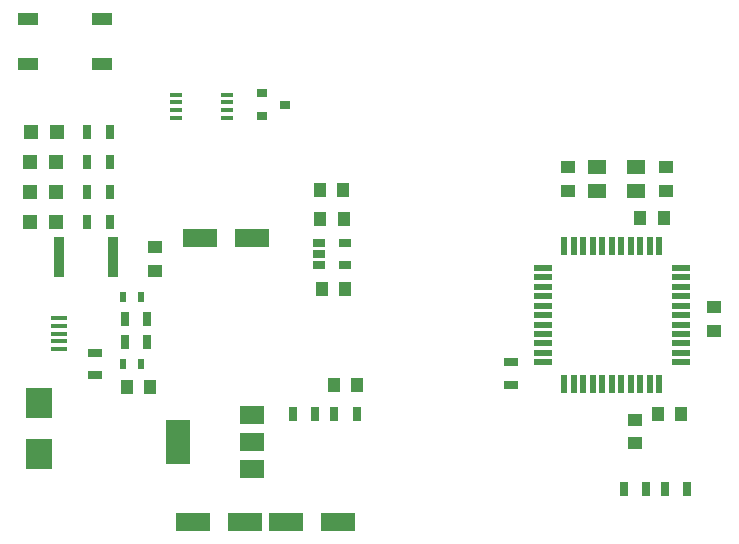
<source format=gtp>
G04 #@! TF.FileFunction,Paste,Top*
%FSLAX46Y46*%
G04 Gerber Fmt 4.6, Leading zero omitted, Abs format (unit mm)*
G04 Created by KiCad (PCBNEW 4.0.7) date 10/12/17 20:03:31*
%MOMM*%
%LPD*%
G01*
G04 APERTURE LIST*
%ADD10C,0.100000*%
%ADD11R,3.000000X1.600000*%
%ADD12R,1.250000X1.000000*%
%ADD13R,1.000000X1.250000*%
%ADD14R,1.200000X1.200000*%
%ADD15R,1.350000X0.400000*%
%ADD16R,0.900000X0.800000*%
%ADD17R,0.700000X1.300000*%
%ADD18R,1.300000X0.700000*%
%ADD19R,0.500000X0.900000*%
%ADD20R,1.700000X1.000000*%
%ADD21R,1.100000X0.400000*%
%ADD22R,1.600000X0.560000*%
%ADD23R,0.560000X1.600000*%
%ADD24R,2.000000X3.800000*%
%ADD25R,2.000000X1.500000*%
%ADD26R,1.060000X0.650000*%
%ADD27R,1.600000X1.300000*%
%ADD28R,2.300000X2.500000*%
%ADD29R,0.850000X3.430000*%
G04 APERTURE END LIST*
D10*
D11*
X87630000Y-95377000D03*
X92030000Y-95377000D03*
D12*
X83820000Y-96155000D03*
X83820000Y-98155000D03*
X118810126Y-91360164D03*
X118810126Y-89360164D03*
X127065126Y-89376164D03*
X127065126Y-91376164D03*
X131191000Y-101235000D03*
X131191000Y-103235000D03*
X124460000Y-110744000D03*
X124460000Y-112744000D03*
D13*
X128397000Y-110300000D03*
X126397000Y-110300000D03*
X98949000Y-107823000D03*
X100949000Y-107823000D03*
X124900000Y-93700000D03*
X126900000Y-93700000D03*
D11*
X87040000Y-119380000D03*
X91440000Y-119380000D03*
D13*
X97933000Y-99695000D03*
X99933000Y-99695000D03*
D11*
X99355000Y-119380000D03*
X94955000Y-119380000D03*
D13*
X99806000Y-93726000D03*
X97806000Y-93726000D03*
D14*
X75500000Y-86360000D03*
X73300000Y-86360000D03*
X75479000Y-93980000D03*
X73279000Y-93980000D03*
X75479000Y-91440000D03*
X73279000Y-91440000D03*
X75479000Y-88900000D03*
X73279000Y-88900000D03*
D15*
X75725000Y-102165000D03*
X75725000Y-102815000D03*
X75725000Y-103465000D03*
X75725000Y-104115000D03*
X75725000Y-104765000D03*
D13*
X99790000Y-91313000D03*
X97790000Y-91313000D03*
X81423000Y-107950000D03*
X83423000Y-107950000D03*
D16*
X92869000Y-83124000D03*
X92869000Y-85024000D03*
X94869000Y-84074000D03*
D17*
X80010000Y-93980000D03*
X78110000Y-93980000D03*
X125404000Y-116621000D03*
X123504000Y-116621000D03*
X80010000Y-91440000D03*
X78110000Y-91440000D03*
X128899000Y-116621000D03*
X126999000Y-116621000D03*
X80005000Y-88900000D03*
X78105000Y-88900000D03*
D18*
X114000000Y-105900000D03*
X114000000Y-107800000D03*
D17*
X95520022Y-110296324D03*
X97420022Y-110296324D03*
X99015022Y-110296324D03*
X100915022Y-110296324D03*
X83185000Y-104140000D03*
X81285000Y-104140000D03*
X83185000Y-102235000D03*
X81285000Y-102235000D03*
X80005000Y-86360000D03*
X78105000Y-86360000D03*
D18*
X78740000Y-105095000D03*
X78740000Y-106995000D03*
D19*
X81165000Y-100330000D03*
X82665000Y-100330000D03*
X81165000Y-106045000D03*
X82665000Y-106045000D03*
D20*
X73050000Y-76840000D03*
X79350000Y-76840000D03*
X73050000Y-80640000D03*
X79350000Y-80640000D03*
D21*
X85607000Y-83226000D03*
X85607000Y-83876000D03*
X85607000Y-84526000D03*
X85607000Y-85176000D03*
X89907000Y-85176000D03*
X89907000Y-84526000D03*
X89907000Y-83876000D03*
X89907000Y-83226000D03*
D22*
X128350000Y-105900000D03*
X128350000Y-105100000D03*
X128350000Y-104300000D03*
X128350000Y-103500000D03*
X128350000Y-102700000D03*
X128350000Y-101900000D03*
X128350000Y-101100000D03*
X128350000Y-100300000D03*
X128350000Y-99500000D03*
X128350000Y-98700000D03*
X128350000Y-97900000D03*
D23*
X126500000Y-96050000D03*
X125700000Y-96050000D03*
X124900000Y-96050000D03*
X124100000Y-96050000D03*
X123300000Y-96050000D03*
X122500000Y-96050000D03*
X121700000Y-96050000D03*
X120900000Y-96050000D03*
X120100000Y-96050000D03*
X119300000Y-96050000D03*
X118500000Y-96050000D03*
D22*
X116650000Y-97900000D03*
X116650000Y-98700000D03*
X116650000Y-99500000D03*
X116650000Y-100300000D03*
X116650000Y-101100000D03*
X116650000Y-101900000D03*
X116650000Y-102700000D03*
X116650000Y-103500000D03*
X116650000Y-104300000D03*
X116650000Y-105100000D03*
X116650000Y-105900000D03*
D23*
X118500000Y-107750000D03*
X119300000Y-107750000D03*
X120100000Y-107750000D03*
X120900000Y-107750000D03*
X121700000Y-107750000D03*
X122500000Y-107750000D03*
X123300000Y-107750000D03*
X124100000Y-107750000D03*
X124900000Y-107750000D03*
X125700000Y-107750000D03*
X126500000Y-107750000D03*
D24*
X85775000Y-112635000D03*
D25*
X92075000Y-112635000D03*
X92075000Y-110335000D03*
X92075000Y-114935000D03*
D26*
X97749000Y-95758000D03*
X97749000Y-96708000D03*
X97749000Y-97658000D03*
X99949000Y-97658000D03*
X99949000Y-95758000D03*
D27*
X124525126Y-89392164D03*
X121225126Y-89392164D03*
X121225126Y-91392164D03*
X124525126Y-91392164D03*
D28*
X74041000Y-113656000D03*
X74041000Y-109356000D03*
D29*
X80300000Y-97000000D03*
X75700000Y-97000000D03*
M02*

</source>
